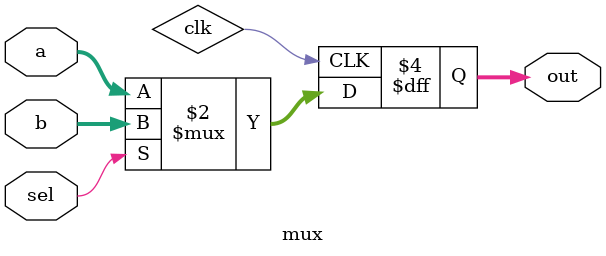
<source format=v>
module mux( 
input [4:0] a, b,
input sel,
output [4:0] out );
// When sel=0, assign a to out. 
// When sel=1, assign b to out.
always@(posedge clk)
begin
  out <= a;
  if(sel)
    out <= b;
end
endmodule

</source>
